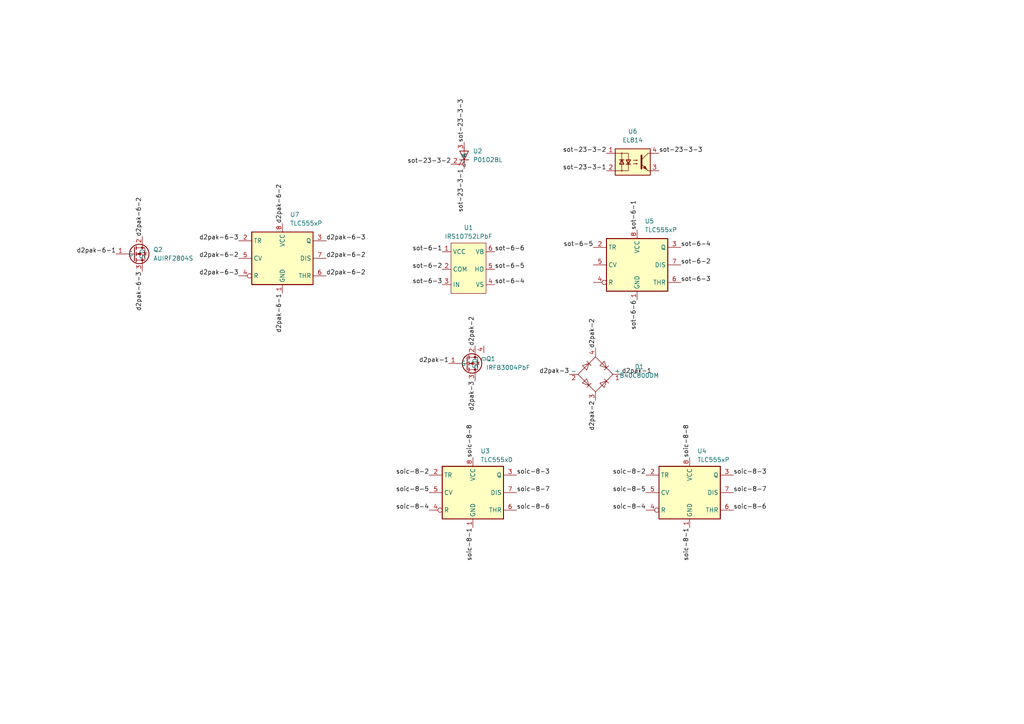
<source format=kicad_sch>
(kicad_sch (version 20230121) (generator eeschema)
  (paper "A4")
  (lib_symbols
    (symbol "Diode_Bridge:B40C800DM" (pin_names (offset 0))
      (property "Reference" "D" (at 2.54 6.985 0))
      (property "Value" "B40C800DM" (at 2.54 5.08 0))
      (symbol "B40C800DM_0_1"
        (polyline (pts (xy -2.54 3.81) (xy -1.27 2.54)))
        (polyline (pts (xy -1.27 -2.54) (xy -2.54 -3.81)))
        (polyline (pts (xy 2.54 -1.27) (xy 3.81 -2.54)))
        (polyline (pts (xy 2.54 1.27) (xy 3.81 2.54)))
        (polyline (pts (xy -3.81 2.54) (xy -2.54 1.27) (xy -1.905 3.175) (xy -3.81 2.54)))
        (polyline (pts (xy -2.54 -1.27) (xy -3.81 -2.54) (xy -1.905 -3.175) (xy -2.54 -1.27)))
        (polyline (pts (xy 1.27 2.54) (xy 2.54 3.81) (xy 3.175 1.905) (xy 1.27 2.54)))
        (polyline (pts (xy 3.175 -1.905) (xy 1.27 -2.54) (xy 2.54 -3.81) (xy 3.175 -1.905)))
        (polyline (pts (xy -5.08 0) (xy 0 -5.08) (xy 5.08 0) (xy 0 5.08) (xy -5.08 0)))
      )
      (symbol "B40C800DM_1_1"
        (pin passive line (at 7.62 0 180) (length 2.54) (name "+") (number "1"))
        (pin passive line (at -7.62 0 0) (length 2.54) (name "-") (number "2"))
        (pin passive line (at 0 -7.62 90) (length 2.54) (name "~") (number "3"))
        (pin passive line (at 0 7.62 270) (length 2.54) (name "~") (number "4"))
      )
    )
    (symbol "IRFB3004PbF:AUIRF2804S" (pin_names (offset 1.016))
      (property "Reference" "Q" (at 3.81 1.27 0))
      (property "Value" "AUIRF2804S" (at 8.89 -1.27 0))
      (symbol "AUIRF2804S_1_1"
        (circle (center -0.889 0) (radius 2.8194) (stroke (width 0.254)))
        (circle (center 0 -1.778) (radius 0.2794) (fill (type outline)))
        (polyline (pts (xy -2.286 0) (xy -5.08 0)))
        (polyline (pts (xy -1.778 -1.778) (xy 0 -1.778)))
        (polyline (pts (xy -1.778 -1.27) (xy -1.778 -2.286)) (stroke (width 0.254)))
        (polyline (pts (xy -1.778 0) (xy 0 0)))
        (polyline (pts (xy -1.778 0.508) (xy -1.778 -0.508)) (stroke (width 0.254)))
        (polyline (pts (xy -1.778 1.778) (xy 0 1.778)))
        (polyline (pts (xy -1.778 2.286) (xy -1.778 1.27)) (stroke (width 0.254)))
        (polyline (pts (xy 0 -1.778) (xy 0 -2.54)))
        (polyline (pts (xy 0 -1.778) (xy 0 0)))
        (polyline (pts (xy 0 2.54) (xy 0 1.778)))
        (polyline (pts (xy -2.286 1.905) (xy -2.286 -1.905) (xy -2.286 -1.905)) (stroke (width 0.254)))
        (polyline (pts (xy -1.524 0) (xy -0.508 0.381) (xy -0.508 -0.381) (xy -1.524 0)) (fill (type outline)))
        (polyline (pts (xy 0 -1.778) (xy 0.762 -1.778) (xy 0.762 1.778) (xy 0 1.778)))
        (polyline (pts (xy 0.254 0.508) (xy 0.381 0.381) (xy 1.143 0.381) (xy 1.27 0.254)))
        (polyline (pts (xy 0.762 0.381) (xy 0.381 -0.254) (xy 1.143 -0.254) (xy 0.762 0.381)))
        (circle (center 0 1.778) (radius 0.2794) (fill (type outline)))
        (pin input line (at -7.62 0 0) (length 2.54) (name "G") (number "1"))
        (pin passive line (at 0 5.08 270) (length 2.54) (name "D") (number "2"))
        (pin passive line (at 0 -5.08 90) (length 2.54) (name "S") (number "3"))
      )
    )
    (symbol "IRFB3004PbF:IRFB3004PbF" (pin_names (offset 1.016))
      (property "Reference" "Q" (at 3.81 1.27 0))
      (property "Value" "IRFB3004PbF" (at 8.89 -1.27 0))
      (symbol "IRFB3004PbF_1_1"
        (circle (center -0.889 0) (radius 2.8194) (stroke (width 0.254)))
        (circle (center 0 -1.778) (radius 0.2794) (fill (type outline)))
        (polyline (pts (xy -2.286 0) (xy -5.08 0)))
        (polyline (pts (xy -1.778 -1.778) (xy 0 -1.778)))
        (polyline (pts (xy -1.778 -1.27) (xy -1.778 -2.286)) (stroke (width 0.254)))
        (polyline (pts (xy -1.778 0) (xy 0 0)))
        (polyline (pts (xy -1.778 0.508) (xy -1.778 -0.508)) (stroke (width 0.254)))
        (polyline (pts (xy -1.778 1.778) (xy 0 1.778)))
        (polyline (pts (xy -1.778 2.286) (xy -1.778 1.27)) (stroke (width 0.254)))
        (polyline (pts (xy 0 -1.778) (xy 0 -2.54)))
        (polyline (pts (xy 0 -1.778) (xy 0 0)))
        (polyline (pts (xy 0 2.54) (xy 0 1.778)))
        (polyline (pts (xy -2.286 1.905) (xy -2.286 -1.905) (xy -2.286 -1.905)) (stroke (width 0.254)))
        (polyline (pts (xy -1.524 0) (xy -0.508 0.381) (xy -0.508 -0.381) (xy -1.524 0)) (fill (type outline)))
        (polyline (pts (xy 0 -1.778) (xy 0.762 -1.778) (xy 0.762 1.778) (xy 0 1.778)))
        (polyline (pts (xy 0.254 0.508) (xy 0.381 0.381) (xy 1.143 0.381) (xy 1.27 0.254)))
        (polyline (pts (xy 0.762 0.381) (xy 0.381 -0.254) (xy 1.143 -0.254) (xy 0.762 0.381)))
        (circle (center 0 1.778) (radius 0.2794) (fill (type outline)))
        (pin input line (at -7.62 0 0) (length 2.54) (name "G") (number "1"))
        (pin passive line (at 0 5.08 270) (length 2.54) (name "D") (number "2"))
        (pin passive line (at 0 -5.08 90) (length 2.54) (name "S") (number "3"))
        (pin passive line (at 2.54 5.08 270) (length 2.0066) (name "D") (number "4"))
      )
    )
    (symbol "IRS10752LPbF:IRS10752LPbF"
      (property "Reference" "U" (at -1.27 -6.985 0))
      (property "Value" "IRS10752LPbF" (at 2.54 10.16 0))
      (symbol "IRS10752LPbF_1_1"
        (rectangle (start -2.54 8.89) (end 7.62 -5.715) (fill (type background)))
        (pin power_in line (at -5.08 6.35 0) (length 2.54) (name "VCC") (number "1"))
        (pin power_in line (at -5.08 1.27 0) (length 2.54) (name "COM") (number "2"))
        (pin input line (at -5.08 -3.175 0) (length 2.54) (name "IN") (number "3"))
        (pin input line (at 10.16 -3.175 180) (length 2.54) (name "VS") (number "4"))
        (pin power_out line (at 10.16 1.27 180) (length 2.54) (name "HO") (number "5"))
        (pin input line (at 10.16 6.35 180) (length 2.54) (name "VB") (number "6"))
      )
    )
    (symbol "Isolator:EL814" (pin_names (offset 1.016))
      (property "Reference" "U" (at -5.334 4.826 0))
      (property "Value" "EL814" (at 0 5.08 0))
      (symbol "EL814_0_1"
        (rectangle (start -5.08 3.81) (end 5.08 -3.81) (stroke (width 0.254)) (fill (type background)))
        (circle (center -3.175 -2.54) (radius 0.127))
        (circle (center -3.175 2.54) (radius 0.127))
        (polyline (pts (xy -3.81 0.635) (xy -2.54 0.635)) (stroke (width 0.254)))
        (polyline (pts (xy -3.175 -0.635) (xy -3.175 -2.54)))
        (polyline (pts (xy -3.175 0.635) (xy -3.175 -0.635)))
        (polyline (pts (xy -3.175 0.635) (xy -3.175 2.54)))
        (polyline (pts (xy -1.905 -0.635) (xy -0.635 -0.635)) (stroke (width 0.254)))
        (polyline (pts (xy -1.27 0.635) (xy -1.27 -0.635)))
        (polyline (pts (xy 2.54 0.635) (xy 4.445 2.54)))
        (polyline (pts (xy 4.445 -2.54) (xy 2.54 -0.635)) (fill (type outline)))
        (polyline (pts (xy 4.445 -2.54) (xy 5.08 -2.54)))
        (polyline (pts (xy 4.445 2.54) (xy 5.08 2.54)))
        (polyline (pts (xy -5.08 2.54) (xy -1.27 2.54) (xy -1.27 0.635)))
        (polyline (pts (xy -1.27 -0.635) (xy -1.27 -2.54) (xy -5.08 -2.54)))
        (polyline (pts (xy 2.54 1.905) (xy 2.54 -1.905) (xy 2.54 -1.905)) (stroke (width 0.508)))
        (polyline (pts (xy -3.175 0.635) (xy -3.81 -0.635) (xy -2.54 -0.635) (xy -3.175 0.635)) (stroke (width 0.254)))
        (polyline (pts (xy -1.27 -0.635) (xy -1.905 0.635) (xy -0.635 0.635) (xy -1.27 -0.635)) (stroke (width 0.254)))
        (polyline (pts (xy 0.127 -0.508) (xy 1.397 -0.508) (xy 1.016 -0.635) (xy 1.016 -0.381) (xy 1.397 -0.508)))
        (polyline (pts (xy 0.127 0.508) (xy 1.397 0.508) (xy 1.016 0.381) (xy 1.016 0.635) (xy 1.397 0.508)))
        (polyline (pts (xy 3.048 -1.651) (xy 3.556 -1.143) (xy 4.064 -2.159) (xy 3.048 -1.651) (xy 3.048 -1.651)) (fill (type outline)))
      )
      (symbol "EL814_1_1"
        (pin passive line (at -7.62 2.54 0) (length 2.54) (name "~") (number "1"))
        (pin passive line (at -7.62 -2.54 0) (length 2.54) (name "~") (number "2"))
        (pin passive line (at 7.62 -2.54 180) (length 2.54) (name "~") (number "3"))
        (pin passive line (at 7.62 2.54 180) (length 2.54) (name "~") (number "4"))
      )
    )
    (symbol "Timer:TLC555xD"
      (property "Reference" "U" (at -10.16 8.89 0))
      (property "Value" "TLC555xD" (at 2.54 8.89 0))
      (symbol "TLC555xD_0_0"
        (pin power_in line (at 0 -10.16 90) (length 2.54) (name "GND") (number "1"))
        (pin power_in line (at 0 10.16 270) (length 2.54) (name "VCC") (number "8"))
      )
      (symbol "TLC555xD_0_1"
        (rectangle (start -8.89 -7.62) (end 8.89 7.62) (stroke (width 0.254)) (fill (type background)))
        (rectangle (start -8.89 -7.62) (end 8.89 7.62) (stroke (width 0.254)) (fill (type background)))
      )
      (symbol "TLC555xD_1_1"
        (pin input line (at -12.7 5.08 0) (length 3.81) (name "TR") (number "2"))
        (pin output line (at 12.7 5.08 180) (length 3.81) (name "Q") (number "3"))
        (pin input inverted (at -12.7 -5.08 0) (length 3.81) (name "R") (number "4"))
        (pin input line (at -12.7 0 0) (length 3.81) (name "CV") (number "5"))
        (pin input line (at 12.7 -5.08 180) (length 3.81) (name "THR") (number "6"))
        (pin input line (at 12.7 0 180) (length 3.81) (name "DIS") (number "7"))
      )
    )
    (symbol "Timer:TLC555xP"
      (property "Reference" "U" (at -10.16 8.89 0))
      (property "Value" "TLC555xP" (at 2.54 8.89 0))
      (symbol "TLC555xP_0_0"
        (pin power_in line (at 0 -10.16 90) (length 2.54) (name "GND") (number "1"))
        (pin power_in line (at 0 10.16 270) (length 2.54) (name "VCC") (number "8"))
      )
      (symbol "TLC555xP_0_1"
        (rectangle (start -8.89 -7.62) (end 8.89 7.62) (stroke (width 0.254)) (fill (type background)))
        (rectangle (start -8.89 -7.62) (end 8.89 7.62) (stroke (width 0.254)) (fill (type background)))
      )
      (symbol "TLC555xP_1_1"
        (pin input line (at -12.7 5.08 0) (length 3.81) (name "TR") (number "2"))
        (pin output line (at 12.7 5.08 180) (length 3.81) (name "Q") (number "3"))
        (pin input inverted (at -12.7 -5.08 0) (length 3.81) (name "R") (number "4"))
        (pin input line (at -12.7 0 0) (length 3.81) (name "CV") (number "5"))
        (pin input line (at 12.7 -5.08 180) (length 3.81) (name "THR") (number "6"))
        (pin input line (at 12.7 0 180) (length 3.81) (name "DIS") (number "7"))
      )
    )
    (symbol "thyristors:P0102BL"
      (property "Reference" "U" (at 3.175 0 0))
      (property "Value" "P0102BL" (at -5.715 0 0))
      (symbol "P0102BL_0_1"
        (polyline (pts (xy -1.27 -3.175) (xy -0.635 -1.905)))
        (polyline (pts (xy -1.27 -1.905) (xy 1.27 -1.905)) (stroke (width 0.2032)))
        (polyline (pts (xy 0 -3.175) (xy 0 1.905)))
        (polyline (pts (xy -1.27 0.635) (xy 1.27 0.635) (xy 0 -1.905) (xy -1.27 0.635)) (stroke (width 0.2032)))
      )
      (symbol "P0102BL_1_1"
        (pin passive line (at 0 -4.445 90) (length 2.54) (name "K") (number "1"))
        (pin input line (at -3.81 -3.175 0) (length 2.54) (name "G") (number "2"))
        (pin passive line (at 0 3.175 270) (length 2.54) (name "A") (number "3"))
      )
    )
  )
  (label "soic-8-7" (at 149.86 142.875 0))
  (label "d2pak-1" (at 130.175 105.41 180))
  (label "soic-8-4" (at 187.325 147.955 180))
  (label "sot-23-3-2" (at 130.81 47.625 180))
  (label "d2pak-6-1" (at 81.915 85.09 270))
  (label "soic-8-1" (at 137.16 153.035 270))
  (label "d2pak-6-3" (at 69.215 80.01 180))
  (label "soic-8-8" (at 137.16 132.715 90))
  (label "sot-23-3-3" (at 134.62 41.275 90))
  (label "soic-8-1" (at 200.025 153.035 270))
  (label "sot-23-3-2" (at 175.895 44.45 180))
  (label "sot-6-6" (at 143.51 73.025 0))
  (label "sot-6-3" (at 197.485 81.915 0))
  (label "sot-6-1" (at 184.785 66.675 90))
  (label "d2pak-6-2" (at 94.615 80.01 0))
  (label "soic-8-2" (at 187.325 137.795 180))
  (label "sot-6-5" (at 172.085 71.755 180))
  (label "d2pak-2" (at 172.72 116.205 270))
  (label "d2pak-6-2" (at 41.275 68.58 90))
  (label "sot-6-4" (at 197.485 71.755 0))
  (label "d2pak-3" (at 137.795 110.49 270))
  (label "soic-8-8" (at 200.025 132.715 90))
  (label "d2pak-6-3" (at 41.275 78.74 270))
  (label "soic-8-4" (at 124.46 147.955 180))
  (label "sot-6-2" (at 197.485 76.835 0))
  (label "sot-23-3-1" (at 134.62 48.895 270))
  (label "d2pak-2" (at 172.72 100.965 90))
  (label "sot-6-1" (at 128.27 73.025 180))
  (label "d2pak-6-3" (at 69.215 69.85 180))
  (label "d2pak-6-2" (at 94.615 74.93 0))
  (label "d2pak-6-1" (at 33.655 73.66 180))
  (label "soic-8-3" (at 149.86 137.795 0))
  (label "sot-6-2" (at 128.27 78.105 180))
  (label "soic-8-2" (at 124.46 137.795 180))
  (label "soic-8-6" (at 149.86 147.955 0))
  (label "sot-23-3-1" (at 175.895 49.53 180))
  (label "soic-8-5" (at 124.46 142.875 180))
  (label "d2pak-6-2" (at 69.215 74.93 180))
  (label "sot-23-3-3" (at 191.135 44.45 0))
  (label "d2pak-3" (at 165.1 108.585 180))
  (label "d2pak-2" (at 137.795 100.33 90))
  (label "soic-8-3" (at 212.725 137.795 0))
  (label "sot-6-6" (at 184.785 86.995 270))
  (label "d2pak-6-2" (at 81.915 64.77 90))
  (label "soic-8-6" (at 212.725 147.955 0))
  (label "soic-8-5" (at 187.325 142.875 180))
  (label "sot-6-3" (at 128.27 82.55 180))
  (label "soic-8-7" (at 212.725 142.875 0))
  (label "sot-6-4" (at 143.51 82.55 0))
  (label "d2pak-1" (at 180.34 108.585 0))
  (label "sot-6-5" (at 143.51 78.105 0))
  (label "d2pak-6-3" (at 94.615 69.85 0))
  (symbol (lib_id "Isolator:EL814") (at 183.515 46.99 0) (unit 1)
    (property "Reference" "U6" (at 183.515 38.1 0))
    (property "Value" "EL814" (at 183.515 40.64 0))
    (property "Footprint" "Package_DIP:DIP-4_W7.62mm_LongPads" (effects hide))
    (property "Datasheet" "http://www.everlight.com/file/ProductFile/EL814.pdf" (effects hide))
  )
  (symbol (lib_id "Timer:TLC555xP") (at 81.915 74.93 0) (unit 1)
    (property "Reference" "U7" (at 84.1091 62.23 0) (effects (justify left)))
    (property "Value" "TLC555xP" (at 84.1091 64.77 0) (effects (justify left)))
    (property "Footprint" "Package_DIP:DIP-8_W7.62mm" (effects hide))
    (property "Datasheet" "http://www.ti.com/lit/ds/symlink/tlc555.pdf" (effects hide))
  )
  (symbol (lib_id "Timer:TLC555xP") (at 184.785 76.835 0) (unit 1)
    (property "Reference" "U5" (at 186.9791 64.135 0) (effects (justify left)))
    (property "Value" "TLC555xP" (at 186.9791 66.675 0) (effects (justify left)))
    (property "Footprint" "Package_DIP:DIP-8_W7.62mm" (effects hide))
    (property "Datasheet" "http://www.ti.com/lit/ds/symlink/tlc555.pdf" (effects hide))
  )
  (symbol (lib_id "Timer:TLC555xP") (at 200.025 142.875 0) (unit 1)
    (property "Reference" "U4" (at 202.2191 130.81 0) (effects (justify left)))
    (property "Value" "TLC555xP" (at 202.2191 133.35 0) (effects (justify left)))
    (property "Footprint" "Package_DIP:DIP-8_W7.62mm" (effects hide))
    (property "Datasheet" "http://www.ti.com/lit/ds/symlink/tlc555.pdf" (effects hide))
  )
  (symbol (lib_id "Diode_Bridge:B40C800DM") (at 172.72 108.585 0) (unit 1)
    (property "Reference" "D1" (at 185.42 106.3691 0))
    (property "Value" "B40C800DM" (at 185.42 108.9091 0))
    (property "Footprint" "Diode_THT:Diode_Bridge_DIP-4_W7.62mm_P5.08mm" (effects hide))
    (property "Datasheet" "https://www.vishay.com/docs/88533/800dm.pdf" (effects hide))
  )
  (symbol (lib_id "IRFB3004PbF:AUIRF2804S") (at 41.275 73.66 0) (unit 1)
    (property "Reference" "Q2" (at 44.45 72.39 0) (effects (justify left)))
    (property "Value" "AUIRF2804S" (at 44.45 74.93 0) (effects (justify left)))
    (property "Footprint" "LIB:AUIRF2804S TO-263-6" (effects hide))
  )
  (symbol (lib_id "IRFB3004PbF:IRFB3004PbF") (at 137.795 105.41 0) (unit 1)
    (property "Reference" "Q1" (at 140.97 104.0765 0) (effects (justify left)))
    (property "Value" "IRFB3004PbF" (at 140.97 106.6165 0) (effects (justify left)))
    (property "Footprint" "Package_TO_SOT_SMD:TO-263-2" (effects hide))
  )
  (symbol (lib_id "IRS10752LPbF:IRS10752LPbF") (at 133.35 79.375 0) (unit 1)
    (property "Reference" "U1" (at 135.89 66.04 0))
    (property "Value" "IRS10752LPbF" (at 135.89 68.58 0))
    (property "Footprint" "Package_TO_SOT_SMD:SOT-23-6_Handsoldering" (effects hide))
  )
  (symbol (lib_id "Timer:TLC555xD") (at 137.16 142.875 0) (unit 1)
    (property "Reference" "U3" (at 139.3541 130.81 0) (effects (justify left)))
    (property "Value" "TLC555xD" (at 139.3541 133.35 0) (effects (justify left)))
    (property "Footprint" "Package_SO:SOIC-8_3.9x4.9mm_P1.27mm" (effects hide))
    (property "Datasheet" "http://www.ti.com/lit/ds/symlink/tlc555.pdf" (effects hide))
  )
  (symbol (lib_id "thyristors:P0102BL") (at 134.62 44.45 0) (unit 1)
    (property "Reference" "U2" (at 137.16 43.815 0) (effects (justify left)))
    (property "Value" "P0102BL" (at 137.16 46.355 0) (effects (justify left)))
    (property "Footprint" "Package_TO_SOT_SMD:SOT-23-3" (effects hide))
  )
)
</source>
